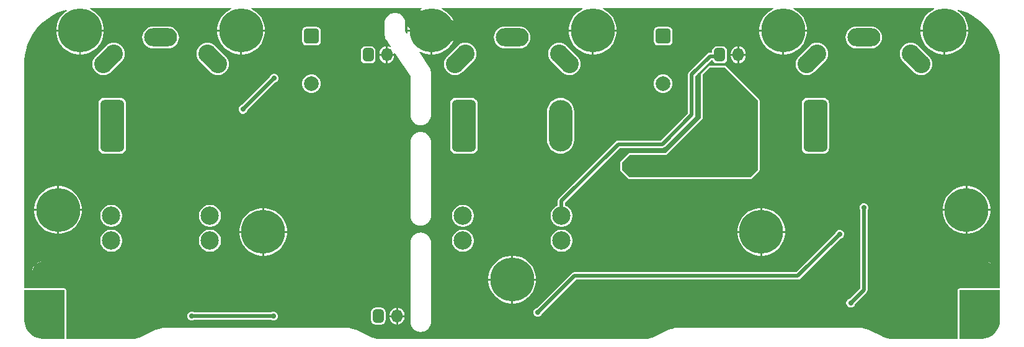
<source format=gbl>
G04*
G04 #@! TF.GenerationSoftware,Altium Limited,Altium Designer,21.1.1 (26)*
G04*
G04 Layer_Physical_Order=2*
G04 Layer_Color=16711680*
%FSLAX24Y24*%
%MOIN*%
G70*
G04*
G04 #@! TF.SameCoordinates,9A7940F5-A859-4D89-A9E3-CBBC344FC29F*
G04*
G04*
G04 #@! TF.FilePolarity,Positive*
G04*
G01*
G75*
%ADD11C,0.0197*%
%ADD76C,0.2362*%
%ADD77C,0.1181*%
%ADD81O,0.0591X0.0709*%
G04:AMPARAMS|DCode=82|XSize=59.1mil|YSize=70.9mil|CornerRadius=14.8mil|HoleSize=0mil|Usage=FLASHONLY|Rotation=180.000|XOffset=0mil|YOffset=0mil|HoleType=Round|Shape=RoundedRectangle|*
%AMROUNDEDRECTD82*
21,1,0.0591,0.0413,0,0,180.0*
21,1,0.0295,0.0709,0,0,180.0*
1,1,0.0295,-0.0148,0.0207*
1,1,0.0295,0.0148,0.0207*
1,1,0.0295,0.0148,-0.0207*
1,1,0.0295,-0.0148,-0.0207*
%
%ADD82ROUNDEDRECTD82*%
%ADD83C,0.0945*%
G04:AMPARAMS|DCode=84|XSize=94.5mil|YSize=94.5mil|CornerRadius=9.4mil|HoleSize=0mil|Usage=FLASHONLY|Rotation=270.000|XOffset=0mil|YOffset=0mil|HoleType=Round|Shape=RoundedRectangle|*
%AMROUNDEDRECTD84*
21,1,0.0945,0.0756,0,0,270.0*
21,1,0.0756,0.0945,0,0,270.0*
1,1,0.0189,-0.0378,-0.0378*
1,1,0.0189,-0.0378,0.0378*
1,1,0.0189,0.0378,0.0378*
1,1,0.0189,0.0378,-0.0378*
%
%ADD84ROUNDEDRECTD84*%
%ADD86C,0.0787*%
G04:AMPARAMS|DCode=87|XSize=78.7mil|YSize=78.7mil|CornerRadius=11.8mil|HoleSize=0mil|Usage=FLASHONLY|Rotation=90.000|XOffset=0mil|YOffset=0mil|HoleType=Round|Shape=RoundedRectangle|*
%AMROUNDEDRECTD87*
21,1,0.0787,0.0551,0,0,90.0*
21,1,0.0551,0.0787,0,0,90.0*
1,1,0.0236,0.0276,0.0276*
1,1,0.0236,0.0276,-0.0276*
1,1,0.0236,-0.0276,-0.0276*
1,1,0.0236,-0.0276,0.0276*
%
%ADD87ROUNDEDRECTD87*%
G04:AMPARAMS|DCode=88|XSize=98.4mil|YSize=177.2mil|CornerRadius=49.2mil|HoleSize=0mil|Usage=FLASHONLY|Rotation=135.000|XOffset=0mil|YOffset=0mil|HoleType=Round|Shape=RoundedRectangle|*
%AMROUNDEDRECTD88*
21,1,0.0984,0.0787,0,0,135.0*
21,1,0.0000,0.1772,0,0,135.0*
1,1,0.0984,0.0278,0.0278*
1,1,0.0984,0.0278,0.0278*
1,1,0.0984,-0.0278,-0.0278*
1,1,0.0984,-0.0278,-0.0278*
%
%ADD88ROUNDEDRECTD88*%
%ADD89O,0.1772X0.0984*%
G04:AMPARAMS|DCode=90|XSize=98.4mil|YSize=177.2mil|CornerRadius=0mil|HoleSize=0mil|Usage=FLASHONLY|Rotation=45.000|XOffset=0mil|YOffset=0mil|HoleType=Round|Shape=Round|*
%AMOVALD90*
21,1,0.0787,0.0984,0.0000,0.0000,135.0*
1,1,0.0984,0.0278,-0.0278*
1,1,0.0984,-0.0278,0.0278*
%
%ADD90OVALD90*%

G04:AMPARAMS|DCode=91|XSize=126mil|YSize=196.9mil|CornerRadius=18.9mil|HoleSize=0mil|Usage=FLASHONLY|Rotation=0.000|XOffset=0mil|YOffset=0mil|HoleType=Round|Shape=RoundedRectangle|*
%AMROUNDEDRECTD91*
21,1,0.1260,0.1591,0,0,0.0*
21,1,0.0882,0.1969,0,0,0.0*
1,1,0.0378,0.0441,-0.0795*
1,1,0.0378,-0.0441,-0.0795*
1,1,0.0378,-0.0441,0.0795*
1,1,0.0378,0.0441,0.0795*
%
%ADD91ROUNDEDRECTD91*%
G04:AMPARAMS|DCode=92|XSize=126mil|YSize=196.9mil|CornerRadius=63mil|HoleSize=0mil|Usage=FLASHONLY|Rotation=0.000|XOffset=0mil|YOffset=0mil|HoleType=Round|Shape=RoundedRectangle|*
%AMROUNDEDRECTD92*
21,1,0.1260,0.0709,0,0,0.0*
21,1,0.0000,0.1969,0,0,0.0*
1,1,0.1260,0.0000,-0.0354*
1,1,0.1260,0.0000,-0.0354*
1,1,0.1260,0.0000,0.0354*
1,1,0.1260,0.0000,0.0354*
%
%ADD92ROUNDEDRECTD92*%
%ADD93C,0.0984*%
%ADD94C,0.0157*%
%ADD95C,0.0276*%
%ADD96C,0.0984*%
%ADD97C,0.2362*%
G36*
X22698Y-211D02*
X22557Y-282D01*
X22394Y-401D01*
X22251Y-543D01*
X22133Y-707D01*
X22041Y-886D01*
X21979Y-1078D01*
X21947Y-1277D01*
Y-1329D01*
X23228D01*
X24509D01*
Y-1277D01*
X24478Y-1078D01*
X24416Y-886D01*
X24324Y-707D01*
X24206Y-543D01*
X24063Y-401D01*
X23942Y-313D01*
X23950Y-257D01*
X23968Y-250D01*
X24237Y-332D01*
X24508Y-444D01*
X24767Y-583D01*
X25011Y-746D01*
X25238Y-932D01*
X25446Y-1140D01*
X25632Y-1367D01*
X25795Y-1611D01*
X25934Y-1870D01*
X26046Y-2141D01*
X26131Y-2422D01*
X26189Y-2711D01*
X26217Y-3003D01*
X26217Y-3150D01*
Y-15238D01*
X24035D01*
X23997Y-15246D01*
X23964Y-15268D01*
X23943Y-15300D01*
X23935Y-15339D01*
Y-17950D01*
X20298D01*
X20181Y-17936D01*
X20065Y-17909D01*
X19954Y-17868D01*
X19901Y-17842D01*
X19219Y-17501D01*
X19217Y-17500D01*
X19215Y-17499D01*
X19153Y-17470D01*
X19146Y-17468D01*
X19140Y-17465D01*
X19011Y-17418D01*
X19002Y-17417D01*
X18993Y-17413D01*
X18860Y-17381D01*
X18851Y-17381D01*
X18842Y-17378D01*
X18706Y-17362D01*
X18699Y-17363D01*
X18692Y-17361D01*
X18623Y-17359D01*
X18621Y-17360D01*
X18619Y-17359D01*
X8940D01*
X8938Y-17360D01*
X8936Y-17359D01*
X8867Y-17361D01*
X8860Y-17363D01*
X8853Y-17362D01*
X8717Y-17378D01*
X8708Y-17381D01*
X8699Y-17381D01*
X8566Y-17413D01*
X8557Y-17417D01*
X8548Y-17418D01*
X8419Y-17465D01*
X8413Y-17468D01*
X8406Y-17470D01*
X8344Y-17499D01*
X8343Y-17500D01*
X8340Y-17501D01*
X7658Y-17842D01*
X7605Y-17868D01*
X7494Y-17909D01*
X7378Y-17936D01*
X7261Y-17950D01*
X-7261D01*
X-7378Y-17936D01*
X-7494Y-17909D01*
X-7605Y-17868D01*
X-7658Y-17842D01*
X-8340Y-17501D01*
X-8343Y-17500D01*
X-8344Y-17499D01*
X-8407Y-17470D01*
X-8413Y-17468D01*
X-8419Y-17465D01*
X-8548Y-17418D01*
X-8557Y-17417D01*
X-8566Y-17413D01*
X-8699Y-17381D01*
X-8708Y-17381D01*
X-8717Y-17378D01*
X-8853Y-17362D01*
X-8860Y-17363D01*
X-8867Y-17361D01*
X-8936Y-17359D01*
X-8938Y-17360D01*
X-8940Y-17359D01*
X-18619D01*
X-18621Y-17360D01*
X-18623Y-17359D01*
X-18692Y-17361D01*
X-18699Y-17363D01*
X-18706Y-17362D01*
X-18842Y-17378D01*
X-18851Y-17381D01*
X-18860Y-17381D01*
X-18993Y-17413D01*
X-19002Y-17417D01*
X-19011Y-17418D01*
X-19140Y-17465D01*
X-19146Y-17468D01*
X-19153Y-17470D01*
X-19215Y-17499D01*
X-19217Y-17500D01*
X-19219Y-17501D01*
X-19901Y-17842D01*
X-19954Y-17868D01*
X-20065Y-17909D01*
X-20181Y-17936D01*
X-20298Y-17950D01*
X-23974D01*
Y-15339D01*
X-23982Y-15300D01*
X-24004Y-15268D01*
X-24036Y-15246D01*
X-24075Y-15238D01*
X-26217D01*
Y-3150D01*
X-26217Y-3003D01*
X-26189Y-2711D01*
X-26131Y-2422D01*
X-26046Y-2141D01*
X-25934Y-1870D01*
X-25795Y-1611D01*
X-25632Y-1367D01*
X-25446Y-1140D01*
X-25238Y-932D01*
X-25011Y-746D01*
X-24767Y-583D01*
X-24508Y-444D01*
X-24237Y-332D01*
X-23968Y-250D01*
X-23950Y-257D01*
X-23942Y-313D01*
X-24063Y-401D01*
X-24206Y-543D01*
X-24324Y-707D01*
X-24416Y-886D01*
X-24478Y-1078D01*
X-24509Y-1277D01*
Y-1329D01*
X-23228D01*
X-21947D01*
Y-1277D01*
X-21979Y-1078D01*
X-22041Y-886D01*
X-22133Y-707D01*
X-22251Y-543D01*
X-22394Y-401D01*
X-22557Y-282D01*
X-22698Y-211D01*
X-22686Y-161D01*
X-15110D01*
X-15098Y-211D01*
X-15238Y-282D01*
X-15402Y-401D01*
X-15544Y-543D01*
X-15663Y-707D01*
X-15754Y-886D01*
X-15816Y-1078D01*
X-15848Y-1277D01*
Y-1329D01*
X-14567D01*
X-13286D01*
Y-1277D01*
X-13317Y-1078D01*
X-13380Y-886D01*
X-13471Y-707D01*
X-13590Y-543D01*
X-13732Y-401D01*
X-13895Y-282D01*
X-14036Y-211D01*
X-14024Y-161D01*
X-4873D01*
X-4861Y-211D01*
X-5002Y-282D01*
X-5165Y-401D01*
X-5308Y-543D01*
X-5426Y-707D01*
X-5518Y-886D01*
X-5580Y-1078D01*
X-5612Y-1277D01*
Y-1329D01*
X-4331D01*
X-3050D01*
Y-1277D01*
X-3081Y-1078D01*
X-3143Y-886D01*
X-3235Y-707D01*
X-3354Y-543D01*
X-3496Y-401D01*
X-3659Y-282D01*
X-3800Y-211D01*
X-3788Y-161D01*
X3788D01*
X3800Y-211D01*
X3659Y-282D01*
X3496Y-401D01*
X3354Y-543D01*
X3235Y-707D01*
X3143Y-886D01*
X3081Y-1078D01*
X3050Y-1277D01*
Y-1329D01*
X4331D01*
X5612D01*
Y-1277D01*
X5580Y-1078D01*
X5518Y-886D01*
X5426Y-707D01*
X5308Y-543D01*
X5165Y-401D01*
X5002Y-282D01*
X4861Y-211D01*
X4873Y-161D01*
X14024D01*
X14036Y-211D01*
X13895Y-282D01*
X13732Y-401D01*
X13590Y-543D01*
X13471Y-707D01*
X13380Y-886D01*
X13317Y-1078D01*
X13286Y-1277D01*
Y-1329D01*
X14567D01*
X15848D01*
Y-1277D01*
X15816Y-1078D01*
X15754Y-886D01*
X15663Y-707D01*
X15544Y-543D01*
X15402Y-401D01*
X15238Y-282D01*
X15098Y-211D01*
X15110Y-161D01*
X22686D01*
X22698Y-211D01*
D02*
G37*
G36*
X26217Y-16929D02*
X26217Y-16996D01*
X26200Y-17129D01*
X26165Y-17258D01*
X26114Y-17381D01*
X26047Y-17497D01*
X25966Y-17603D01*
X25871Y-17698D01*
X25765Y-17780D01*
X25649Y-17846D01*
X25526Y-17898D01*
X25396Y-17932D01*
X25264Y-17950D01*
X24035D01*
Y-15339D01*
X26217D01*
Y-16929D01*
D02*
G37*
G36*
X-24075Y-17950D02*
X-25264D01*
X-25396Y-17932D01*
X-25526Y-17898D01*
X-25649Y-17846D01*
X-25765Y-17780D01*
X-25871Y-17698D01*
X-25966Y-17603D01*
X-26047Y-17497D01*
X-26114Y-17381D01*
X-26165Y-17258D01*
X-26200Y-17129D01*
X-26217Y-16996D01*
X-26217Y-16929D01*
Y-15339D01*
X-24075D01*
Y-17950D01*
D02*
G37*
%LPC*%
G36*
X8386Y-1177D02*
X7835D01*
X7750Y-1194D01*
X7679Y-1242D01*
X7631Y-1313D01*
X7614Y-1398D01*
Y-1949D01*
X7631Y-2033D01*
X7679Y-2105D01*
X7750Y-2153D01*
X7835Y-2170D01*
X8386D01*
X8470Y-2153D01*
X8542Y-2105D01*
X8590Y-2033D01*
X8607Y-1949D01*
Y-1398D01*
X8590Y-1313D01*
X8542Y-1242D01*
X8470Y-1194D01*
X8386Y-1177D01*
D02*
G37*
G36*
X-10512D02*
X-11063D01*
X-11147Y-1194D01*
X-11219Y-1242D01*
X-11267Y-1313D01*
X-11284Y-1398D01*
Y-1949D01*
X-11267Y-2033D01*
X-11219Y-2105D01*
X-11147Y-2153D01*
X-11063Y-2170D01*
X-10512D01*
X-10427Y-2153D01*
X-10356Y-2105D01*
X-10308Y-2033D01*
X-10291Y-1949D01*
Y-1398D01*
X-10308Y-1313D01*
X-10356Y-1242D01*
X-10427Y-1194D01*
X-10512Y-1177D01*
D02*
G37*
G36*
X-6247Y-430D02*
X-6351D01*
X-6372Y-434D01*
X-6393Y-435D01*
X-6493Y-462D01*
X-6512Y-471D01*
X-6532Y-478D01*
X-6621Y-530D01*
X-6637Y-544D01*
X-6655Y-556D01*
X-6728Y-629D01*
X-6740Y-646D01*
X-6753Y-662D01*
X-6805Y-752D01*
X-6812Y-772D01*
X-6821Y-791D01*
X-6848Y-891D01*
X-6850Y-912D01*
X-6854Y-932D01*
Y-1604D01*
X-6851Y-1615D01*
X-6852Y-1627D01*
X-6844Y-1684D01*
X-6840Y-1695D01*
X-6838Y-1707D01*
X-6822Y-1762D01*
X-6816Y-1772D01*
X-6814Y-1784D01*
X-6789Y-1836D01*
X-6782Y-1845D01*
X-6778Y-1856D01*
X-6536Y-2222D01*
X-6569Y-2263D01*
X-6641Y-2233D01*
X-6695Y-2226D01*
Y-2628D01*
X-6345D01*
Y-2618D01*
X-6348Y-2598D01*
X-6300Y-2580D01*
X-5476Y-3828D01*
Y-5905D01*
Y-5957D01*
X-5472Y-5978D01*
X-5470Y-5999D01*
X-5443Y-6099D01*
X-5434Y-6118D01*
X-5427Y-6138D01*
X-5375Y-6228D01*
X-5362Y-6243D01*
X-5350Y-6261D01*
X-5277Y-6334D01*
X-5259Y-6346D01*
X-5243Y-6360D01*
X-5154Y-6412D01*
X-5134Y-6418D01*
X-5115Y-6428D01*
X-5015Y-6454D01*
X-4994Y-6456D01*
X-4973Y-6460D01*
X-4869D01*
X-4849Y-6456D01*
X-4828Y-6454D01*
X-4728Y-6428D01*
X-4709Y-6418D01*
X-4689Y-6412D01*
X-4599Y-6360D01*
X-4583Y-6346D01*
X-4566Y-6334D01*
X-4493Y-6261D01*
X-4481Y-6243D01*
X-4467Y-6228D01*
X-4415Y-6138D01*
X-4408Y-6118D01*
X-4399Y-6099D01*
X-4372Y-5999D01*
X-4371Y-5978D01*
X-4367Y-5957D01*
Y-5905D01*
Y-3661D01*
Y-3633D01*
X-4369Y-3621D01*
X-4369Y-3609D01*
X-4377Y-3552D01*
X-4381Y-3541D01*
X-4382Y-3529D01*
X-4399Y-3474D01*
X-4404Y-3464D01*
X-4407Y-3452D01*
X-4431Y-3400D01*
X-4438Y-3391D01*
X-4443Y-3380D01*
X-5005Y-2528D01*
X-4971Y-2490D01*
X-4822Y-2565D01*
X-4631Y-2628D01*
X-4432Y-2659D01*
X-4380D01*
Y-1427D01*
X-5612D01*
Y-1479D01*
X-5603Y-1534D01*
X-5650Y-1552D01*
X-5745Y-1408D01*
Y-932D01*
X-5749Y-912D01*
X-5750Y-891D01*
X-5777Y-791D01*
X-5786Y-772D01*
X-5793Y-752D01*
X-5845Y-662D01*
X-5859Y-646D01*
X-5871Y-629D01*
X-5944Y-556D01*
X-5961Y-544D01*
X-5977Y-530D01*
X-6067Y-478D01*
X-6087Y-471D01*
X-6106Y-462D01*
X-6206Y-435D01*
X-6227Y-434D01*
X-6247Y-430D01*
D02*
G37*
G36*
X19291Y-1148D02*
X18504D01*
X18388Y-1159D01*
X18277Y-1193D01*
X18174Y-1248D01*
X18084Y-1322D01*
X18011Y-1412D01*
X17956Y-1514D01*
X17922Y-1625D01*
X17911Y-1741D01*
X17922Y-1857D01*
X17956Y-1968D01*
X18011Y-2071D01*
X18084Y-2161D01*
X18174Y-2235D01*
X18277Y-2289D01*
X18388Y-2323D01*
X18504Y-2335D01*
X19291D01*
X19407Y-2323D01*
X19518Y-2289D01*
X19621Y-2235D01*
X19711Y-2161D01*
X19785Y-2071D01*
X19840Y-1968D01*
X19873Y-1857D01*
X19885Y-1741D01*
X19873Y-1625D01*
X19840Y-1514D01*
X19785Y-1412D01*
X19711Y-1322D01*
X19621Y-1248D01*
X19518Y-1193D01*
X19407Y-1159D01*
X19291Y-1148D01*
D02*
G37*
G36*
X394D02*
X-394D01*
X-509Y-1159D01*
X-621Y-1193D01*
X-723Y-1248D01*
X-813Y-1322D01*
X-887Y-1412D01*
X-942Y-1514D01*
X-976Y-1625D01*
X-987Y-1741D01*
X-976Y-1857D01*
X-942Y-1968D01*
X-887Y-2071D01*
X-813Y-2161D01*
X-723Y-2235D01*
X-621Y-2289D01*
X-509Y-2323D01*
X-394Y-2335D01*
X394D01*
X509Y-2323D01*
X621Y-2289D01*
X723Y-2235D01*
X813Y-2161D01*
X887Y-2071D01*
X942Y-1968D01*
X976Y-1857D01*
X987Y-1741D01*
X976Y-1625D01*
X942Y-1514D01*
X887Y-1412D01*
X813Y-1322D01*
X723Y-1248D01*
X621Y-1193D01*
X509Y-1159D01*
X394Y-1148D01*
D02*
G37*
G36*
X-18504D02*
X-19291D01*
X-19407Y-1159D01*
X-19518Y-1193D01*
X-19621Y-1248D01*
X-19711Y-1322D01*
X-19785Y-1412D01*
X-19840Y-1514D01*
X-19873Y-1625D01*
X-19885Y-1741D01*
X-19873Y-1857D01*
X-19840Y-1968D01*
X-19785Y-2071D01*
X-19711Y-2161D01*
X-19621Y-2235D01*
X-19518Y-2289D01*
X-19407Y-2323D01*
X-19291Y-2335D01*
X-18504D01*
X-18388Y-2323D01*
X-18277Y-2289D01*
X-18174Y-2235D01*
X-18084Y-2161D01*
X-18011Y-2071D01*
X-17956Y-1968D01*
X-17922Y-1857D01*
X-17911Y-1741D01*
X-17922Y-1625D01*
X-17956Y-1514D01*
X-18011Y-1412D01*
X-18084Y-1322D01*
X-18174Y-1248D01*
X-18277Y-1193D01*
X-18388Y-1159D01*
X-18504Y-1148D01*
D02*
G37*
G36*
X12203Y-2226D02*
Y-2628D01*
X12552D01*
Y-2618D01*
X12539Y-2515D01*
X12499Y-2419D01*
X12435Y-2336D01*
X12353Y-2273D01*
X12257Y-2233D01*
X12203Y-2226D01*
D02*
G37*
G36*
X12104D02*
X12050Y-2233D01*
X11954Y-2273D01*
X11872Y-2336D01*
X11808Y-2419D01*
X11768Y-2515D01*
X11755Y-2618D01*
Y-2628D01*
X12104D01*
Y-2226D01*
D02*
G37*
G36*
X-6793D02*
X-6847Y-2233D01*
X-6943Y-2273D01*
X-7026Y-2336D01*
X-7089Y-2419D01*
X-7129Y-2515D01*
X-7143Y-2618D01*
Y-2628D01*
X-6793D01*
Y-2226D01*
D02*
G37*
G36*
X24509Y-1427D02*
X23278D01*
Y-2659D01*
X23329D01*
X23528Y-2628D01*
X23720Y-2565D01*
X23900Y-2474D01*
X24063Y-2355D01*
X24206Y-2213D01*
X24324Y-2049D01*
X24416Y-1870D01*
X24478Y-1678D01*
X24509Y-1479D01*
Y-1427D01*
D02*
G37*
G36*
X23179D02*
X21947D01*
Y-1479D01*
X21979Y-1678D01*
X22041Y-1870D01*
X22133Y-2049D01*
X22251Y-2213D01*
X22394Y-2355D01*
X22557Y-2474D01*
X22737Y-2565D01*
X22928Y-2628D01*
X23128Y-2659D01*
X23179D01*
Y-1427D01*
D02*
G37*
G36*
X15848D02*
X14616D01*
Y-2659D01*
X14668D01*
X14867Y-2628D01*
X15059Y-2565D01*
X15238Y-2474D01*
X15402Y-2355D01*
X15544Y-2213D01*
X15663Y-2049D01*
X15754Y-1870D01*
X15816Y-1678D01*
X15848Y-1479D01*
Y-1427D01*
D02*
G37*
G36*
X14518D02*
X13286D01*
Y-1479D01*
X13317Y-1678D01*
X13380Y-1870D01*
X13471Y-2049D01*
X13590Y-2213D01*
X13732Y-2355D01*
X13895Y-2474D01*
X14075Y-2565D01*
X14267Y-2628D01*
X14466Y-2659D01*
X14518D01*
Y-1427D01*
D02*
G37*
G36*
X5612D02*
X4380D01*
Y-2659D01*
X4432D01*
X4631Y-2628D01*
X4822Y-2565D01*
X5002Y-2474D01*
X5165Y-2355D01*
X5308Y-2213D01*
X5426Y-2049D01*
X5518Y-1870D01*
X5580Y-1678D01*
X5612Y-1479D01*
Y-1427D01*
D02*
G37*
G36*
X4281D02*
X3050D01*
Y-1479D01*
X3081Y-1678D01*
X3143Y-1870D01*
X3235Y-2049D01*
X3354Y-2213D01*
X3496Y-2355D01*
X3659Y-2474D01*
X3839Y-2565D01*
X4031Y-2628D01*
X4230Y-2659D01*
X4281D01*
Y-1427D01*
D02*
G37*
G36*
X-3050D02*
X-4281D01*
Y-2659D01*
X-4230D01*
X-4031Y-2628D01*
X-3839Y-2565D01*
X-3659Y-2474D01*
X-3496Y-2355D01*
X-3354Y-2213D01*
X-3235Y-2049D01*
X-3143Y-1870D01*
X-3081Y-1678D01*
X-3050Y-1479D01*
Y-1427D01*
D02*
G37*
G36*
X-13286D02*
X-14518D01*
Y-2659D01*
X-14466D01*
X-14267Y-2628D01*
X-14075Y-2565D01*
X-13895Y-2474D01*
X-13732Y-2355D01*
X-13590Y-2213D01*
X-13471Y-2049D01*
X-13380Y-1870D01*
X-13317Y-1678D01*
X-13286Y-1479D01*
Y-1427D01*
D02*
G37*
G36*
X-14616D02*
X-15848D01*
Y-1479D01*
X-15816Y-1678D01*
X-15754Y-1870D01*
X-15663Y-2049D01*
X-15544Y-2213D01*
X-15402Y-2355D01*
X-15238Y-2474D01*
X-15059Y-2565D01*
X-14867Y-2628D01*
X-14668Y-2659D01*
X-14616D01*
Y-1427D01*
D02*
G37*
G36*
X-21947D02*
X-23179D01*
Y-2659D01*
X-23128D01*
X-22928Y-2628D01*
X-22737Y-2565D01*
X-22557Y-2474D01*
X-22394Y-2355D01*
X-22251Y-2213D01*
X-22133Y-2049D01*
X-22041Y-1870D01*
X-21979Y-1678D01*
X-21947Y-1479D01*
Y-1427D01*
D02*
G37*
G36*
X-23278D02*
X-24509D01*
Y-1479D01*
X-24478Y-1678D01*
X-24416Y-1870D01*
X-24324Y-2049D01*
X-24206Y-2213D01*
X-24063Y-2355D01*
X-23900Y-2474D01*
X-23720Y-2565D01*
X-23528Y-2628D01*
X-23329Y-2659D01*
X-23278D01*
Y-1427D01*
D02*
G37*
G36*
X-6345Y-2726D02*
X-6695D01*
Y-3128D01*
X-6641Y-3121D01*
X-6545Y-3081D01*
X-6462Y-3018D01*
X-6399Y-2936D01*
X-6359Y-2839D01*
X-6345Y-2736D01*
Y-2726D01*
D02*
G37*
G36*
X12552D02*
X12203D01*
Y-3128D01*
X12257Y-3121D01*
X12353Y-3081D01*
X12435Y-3018D01*
X12499Y-2936D01*
X12539Y-2839D01*
X12552Y-2736D01*
Y-2726D01*
D02*
G37*
G36*
X12104D02*
X11755D01*
Y-2736D01*
X11768Y-2839D01*
X11808Y-2936D01*
X11872Y-3018D01*
X11954Y-3081D01*
X12050Y-3121D01*
X12104Y-3128D01*
Y-2726D01*
D02*
G37*
G36*
X-6793D02*
X-7143D01*
Y-2736D01*
X-7129Y-2839D01*
X-7089Y-2936D01*
X-7026Y-3018D01*
X-6943Y-3081D01*
X-6847Y-3121D01*
X-6793Y-3128D01*
Y-2726D01*
D02*
G37*
G36*
X11301Y-2220D02*
X11006D01*
X10910Y-2239D01*
X10829Y-2293D01*
X10774Y-2374D01*
X10755Y-2470D01*
Y-2555D01*
X10630D01*
X10553Y-2570D01*
X10488Y-2614D01*
X9504Y-3598D01*
X9460Y-3663D01*
X9445Y-3740D01*
Y-5822D01*
X7988Y-7280D01*
X5709D01*
X5632Y-7295D01*
X5567Y-7338D01*
X2510Y-10395D01*
X2466Y-10461D01*
X2451Y-10537D01*
Y-10783D01*
X2372Y-10815D01*
X2275Y-10880D01*
X2193Y-10962D01*
X2128Y-11059D01*
X2084Y-11166D01*
X2061Y-11280D01*
Y-11397D01*
X2084Y-11511D01*
X2128Y-11618D01*
X2193Y-11715D01*
X2275Y-11797D01*
X2372Y-11862D01*
X2479Y-11906D01*
X2593Y-11929D01*
X2710D01*
X2824Y-11906D01*
X2931Y-11862D01*
X3028Y-11797D01*
X3110Y-11715D01*
X3175Y-11618D01*
X3219Y-11511D01*
X3242Y-11397D01*
Y-11280D01*
X3219Y-11166D01*
X3175Y-11059D01*
X3110Y-10962D01*
X3028Y-10880D01*
X2931Y-10815D01*
X2852Y-10783D01*
Y-10621D01*
X5792Y-7681D01*
X8071D01*
X8148Y-7666D01*
X8213Y-7622D01*
X9788Y-6047D01*
X9831Y-5982D01*
X9846Y-5906D01*
Y-3823D01*
X10713Y-2957D01*
X10769D01*
X10774Y-2980D01*
X10829Y-3061D01*
X10910Y-3116D01*
X11006Y-3135D01*
X11301D01*
X11397Y-3116D01*
X11479Y-3061D01*
X11533Y-2980D01*
X11552Y-2884D01*
Y-2470D01*
X11533Y-2374D01*
X11479Y-2293D01*
X11397Y-2239D01*
X11301Y-2220D01*
D02*
G37*
G36*
X-7596D02*
X-7892D01*
X-7988Y-2239D01*
X-8069Y-2293D01*
X-8124Y-2374D01*
X-8143Y-2470D01*
Y-2884D01*
X-8124Y-2980D01*
X-8069Y-3061D01*
X-7988Y-3116D01*
X-7892Y-3135D01*
X-7596D01*
X-7500Y-3116D01*
X-7419Y-3061D01*
X-7365Y-2980D01*
X-7346Y-2884D01*
Y-2470D01*
X-7365Y-2374D01*
X-7419Y-2293D01*
X-7500Y-2239D01*
X-7596Y-2220D01*
D02*
G37*
G36*
X16378Y-2028D02*
X16262Y-2040D01*
X16151Y-2073D01*
X16049Y-2128D01*
X15959Y-2202D01*
X15402Y-2759D01*
X15328Y-2849D01*
X15273Y-2951D01*
X15239Y-3063D01*
X15228Y-3178D01*
X15239Y-3294D01*
X15273Y-3406D01*
X15328Y-3508D01*
X15402Y-3598D01*
X15492Y-3672D01*
X15594Y-3727D01*
X15706Y-3760D01*
X15821Y-3772D01*
X15937Y-3760D01*
X16049Y-3727D01*
X16151Y-3672D01*
X16241Y-3598D01*
X16798Y-3041D01*
X16872Y-2951D01*
X16926Y-2849D01*
X16960Y-2737D01*
X16972Y-2622D01*
X16960Y-2506D01*
X16926Y-2395D01*
X16872Y-2292D01*
X16798Y-2202D01*
X16708Y-2128D01*
X16605Y-2073D01*
X16494Y-2040D01*
X16378Y-2028D01*
D02*
G37*
G36*
X-2519D02*
X-2635Y-2040D01*
X-2747Y-2073D01*
X-2849Y-2128D01*
X-2939Y-2202D01*
X-3496Y-2759D01*
X-3570Y-2849D01*
X-3624Y-2951D01*
X-3658Y-3063D01*
X-3670Y-3178D01*
X-3658Y-3294D01*
X-3624Y-3406D01*
X-3570Y-3508D01*
X-3496Y-3598D01*
X-3406Y-3672D01*
X-3303Y-3727D01*
X-3192Y-3760D01*
X-3076Y-3772D01*
X-2960Y-3760D01*
X-2849Y-3727D01*
X-2747Y-3672D01*
X-2657Y-3598D01*
X-2100Y-3041D01*
X-2026Y-2951D01*
X-1971Y-2849D01*
X-1937Y-2737D01*
X-1926Y-2622D01*
X-1937Y-2506D01*
X-1971Y-2395D01*
X-2026Y-2292D01*
X-2100Y-2202D01*
X-2190Y-2128D01*
X-2292Y-2073D01*
X-2404Y-2040D01*
X-2519Y-2028D01*
D02*
G37*
G36*
X-21417D02*
X-21533Y-2040D01*
X-21644Y-2073D01*
X-21747Y-2128D01*
X-21837Y-2202D01*
X-22393Y-2759D01*
X-22467Y-2849D01*
X-22522Y-2951D01*
X-22556Y-3063D01*
X-22567Y-3178D01*
X-22556Y-3294D01*
X-22522Y-3406D01*
X-22467Y-3508D01*
X-22393Y-3598D01*
X-22304Y-3672D01*
X-22201Y-3727D01*
X-22090Y-3760D01*
X-21974Y-3772D01*
X-21858Y-3760D01*
X-21747Y-3727D01*
X-21644Y-3672D01*
X-21554Y-3598D01*
X-20997Y-3041D01*
X-20924Y-2951D01*
X-20869Y-2849D01*
X-20835Y-2737D01*
X-20824Y-2622D01*
X-20835Y-2506D01*
X-20869Y-2395D01*
X-20924Y-2292D01*
X-20997Y-2202D01*
X-21087Y-2128D01*
X-21190Y-2073D01*
X-21301Y-2040D01*
X-21417Y-2028D01*
D02*
G37*
G36*
X21417Y-2028D02*
X21301Y-2040D01*
X21190Y-2073D01*
X21087Y-2128D01*
X20997Y-2202D01*
X20924Y-2292D01*
X20869Y-2395D01*
X20835Y-2506D01*
X20824Y-2622D01*
X20835Y-2737D01*
X20869Y-2849D01*
X20924Y-2951D01*
X20997Y-3041D01*
X21554Y-3598D01*
X21644Y-3672D01*
X21747Y-3727D01*
X21858Y-3760D01*
X21974Y-3772D01*
X22090Y-3760D01*
X22201Y-3727D01*
X22304Y-3672D01*
X22393Y-3598D01*
X22467Y-3508D01*
X22522Y-3406D01*
X22556Y-3294D01*
X22567Y-3178D01*
X22556Y-3063D01*
X22522Y-2951D01*
X22467Y-2849D01*
X22393Y-2759D01*
X21837Y-2202D01*
X21747Y-2128D01*
X21644Y-2073D01*
X21533Y-2040D01*
X21417Y-2028D01*
D02*
G37*
G36*
X2519D02*
X2404Y-2040D01*
X2292Y-2073D01*
X2190Y-2128D01*
X2100Y-2202D01*
X2026Y-2292D01*
X1971Y-2395D01*
X1937Y-2506D01*
X1926Y-2622D01*
X1937Y-2737D01*
X1971Y-2849D01*
X2026Y-2951D01*
X2100Y-3041D01*
X2657Y-3598D01*
X2747Y-3672D01*
X2849Y-3727D01*
X2960Y-3760D01*
X3076Y-3772D01*
X3192Y-3760D01*
X3303Y-3727D01*
X3406Y-3672D01*
X3496Y-3598D01*
X3570Y-3508D01*
X3624Y-3406D01*
X3658Y-3294D01*
X3670Y-3178D01*
X3658Y-3063D01*
X3624Y-2951D01*
X3570Y-2849D01*
X3496Y-2759D01*
X2939Y-2202D01*
X2849Y-2128D01*
X2747Y-2073D01*
X2635Y-2040D01*
X2519Y-2028D01*
D02*
G37*
G36*
X-16378D02*
X-16494Y-2040D01*
X-16605Y-2073D01*
X-16708Y-2128D01*
X-16798Y-2202D01*
X-16872Y-2292D01*
X-16926Y-2395D01*
X-16960Y-2506D01*
X-16972Y-2622D01*
X-16960Y-2737D01*
X-16926Y-2849D01*
X-16872Y-2951D01*
X-16798Y-3041D01*
X-16241Y-3598D01*
X-16151Y-3672D01*
X-16049Y-3727D01*
X-15937Y-3760D01*
X-15821Y-3772D01*
X-15706Y-3760D01*
X-15594Y-3727D01*
X-15492Y-3672D01*
X-15402Y-3598D01*
X-15328Y-3508D01*
X-15273Y-3406D01*
X-15239Y-3294D01*
X-15228Y-3178D01*
X-15239Y-3063D01*
X-15273Y-2951D01*
X-15328Y-2849D01*
X-15402Y-2759D01*
X-15959Y-2202D01*
X-16049Y-2128D01*
X-16151Y-2073D01*
X-16262Y-2040D01*
X-16378Y-2028D01*
D02*
G37*
G36*
X8175Y-3740D02*
X8045D01*
X7920Y-3774D01*
X7808Y-3838D01*
X7716Y-3930D01*
X7652Y-4042D01*
X7618Y-4167D01*
Y-4297D01*
X7652Y-4422D01*
X7716Y-4534D01*
X7808Y-4626D01*
X7920Y-4691D01*
X8045Y-4724D01*
X8175D01*
X8300Y-4691D01*
X8412Y-4626D01*
X8504Y-4534D01*
X8569Y-4422D01*
X8602Y-4297D01*
Y-4167D01*
X8569Y-4042D01*
X8504Y-3930D01*
X8412Y-3838D01*
X8300Y-3774D01*
X8175Y-3740D01*
D02*
G37*
G36*
X-10723D02*
X-10852D01*
X-10977Y-3774D01*
X-11090Y-3838D01*
X-11181Y-3930D01*
X-11246Y-4042D01*
X-11280Y-4167D01*
Y-4297D01*
X-11246Y-4422D01*
X-11181Y-4534D01*
X-11090Y-4626D01*
X-10977Y-4691D01*
X-10852Y-4724D01*
X-10723D01*
X-10597Y-4691D01*
X-10485Y-4626D01*
X-10394Y-4534D01*
X-10329Y-4422D01*
X-10295Y-4297D01*
Y-4167D01*
X-10329Y-4042D01*
X-10394Y-3930D01*
X-10485Y-3838D01*
X-10597Y-3774D01*
X-10723Y-3740D01*
D02*
G37*
G36*
X-12748Y-3701D02*
X-12842D01*
X-12929Y-3737D01*
X-12996Y-3803D01*
X-13031Y-3889D01*
X-14517Y-5374D01*
X-14602Y-5410D01*
X-14669Y-5476D01*
X-14705Y-5563D01*
Y-5657D01*
X-14669Y-5744D01*
X-14602Y-5810D01*
X-14515Y-5846D01*
X-14422D01*
X-14335Y-5810D01*
X-14268Y-5744D01*
X-14233Y-5658D01*
X-12747Y-4173D01*
X-12661Y-4137D01*
X-12595Y-4071D01*
X-12559Y-3984D01*
Y-3890D01*
X-12595Y-3803D01*
X-12661Y-3737D01*
X-12748Y-3701D01*
D02*
G37*
G36*
X21545Y-5000D02*
Y-6033D01*
X22230D01*
Y-5728D01*
X22215Y-5585D01*
X22174Y-5448D01*
X22106Y-5321D01*
X22015Y-5210D01*
X21904Y-5118D01*
X21777Y-5051D01*
X21639Y-5009D01*
X21545Y-5000D01*
D02*
G37*
G36*
X21447D02*
X21353Y-5009D01*
X21215Y-5051D01*
X21089Y-5118D01*
X20977Y-5210D01*
X20886Y-5321D01*
X20818Y-5448D01*
X20777Y-5585D01*
X20763Y-5728D01*
Y-6033D01*
X21447D01*
Y-5000D01*
D02*
G37*
G36*
X-16250D02*
Y-6033D01*
X-15566D01*
Y-5728D01*
X-15580Y-5585D01*
X-15622Y-5448D01*
X-15689Y-5321D01*
X-15781Y-5210D01*
X-15892Y-5118D01*
X-16019Y-5051D01*
X-16156Y-5009D01*
X-16250Y-5000D01*
D02*
G37*
G36*
X-16348D02*
X-16442Y-5009D01*
X-16580Y-5051D01*
X-16707Y-5118D01*
X-16818Y-5210D01*
X-16909Y-5321D01*
X-16977Y-5448D01*
X-17019Y-5585D01*
X-17033Y-5728D01*
Y-6033D01*
X-16348D01*
Y-5000D01*
D02*
G37*
G36*
X22230Y-6132D02*
X20763D01*
Y-6437D01*
X20768Y-6496D01*
X20763Y-6555D01*
Y-6860D01*
X22230D01*
Y-6555D01*
X22224Y-6496D01*
X22230Y-6437D01*
Y-6132D01*
D02*
G37*
G36*
X-15566D02*
X-17033D01*
Y-6437D01*
X-17027Y-6496D01*
X-17033Y-6555D01*
Y-6860D01*
X-15566D01*
Y-6555D01*
X-15572Y-6496D01*
X-15566Y-6437D01*
Y-6132D01*
D02*
G37*
G36*
X22230Y-6959D02*
X21545D01*
Y-7992D01*
X21639Y-7983D01*
X21777Y-7941D01*
X21904Y-7874D01*
X22015Y-7782D01*
X22106Y-7671D01*
X22174Y-7544D01*
X22215Y-7407D01*
X22230Y-7264D01*
Y-6959D01*
D02*
G37*
G36*
X21447D02*
X20763D01*
Y-7264D01*
X20777Y-7407D01*
X20818Y-7544D01*
X20886Y-7671D01*
X20977Y-7782D01*
X21089Y-7874D01*
X21215Y-7941D01*
X21353Y-7983D01*
X21447Y-7992D01*
Y-6959D01*
D02*
G37*
G36*
X-15566D02*
X-16250D01*
Y-7992D01*
X-16156Y-7983D01*
X-16019Y-7941D01*
X-15892Y-7874D01*
X-15781Y-7782D01*
X-15689Y-7671D01*
X-15622Y-7544D01*
X-15580Y-7407D01*
X-15566Y-7264D01*
Y-6959D01*
D02*
G37*
G36*
X-16348D02*
X-17033D01*
Y-7264D01*
X-17019Y-7407D01*
X-16977Y-7544D01*
X-16909Y-7671D01*
X-16818Y-7782D01*
X-16707Y-7874D01*
X-16580Y-7941D01*
X-16442Y-7983D01*
X-16348Y-7992D01*
Y-6959D01*
D02*
G37*
G36*
X16740Y-4998D02*
X15858D01*
X15783Y-5007D01*
X15713Y-5036D01*
X15653Y-5082D01*
X15607Y-5142D01*
X15578Y-5212D01*
X15568Y-5287D01*
Y-6114D01*
Y-6878D01*
Y-7705D01*
X15578Y-7780D01*
X15607Y-7850D01*
X15653Y-7910D01*
X15713Y-7956D01*
X15783Y-7985D01*
X15858Y-7995D01*
X16740D01*
X16815Y-7985D01*
X16885Y-7956D01*
X16945Y-7910D01*
X16991Y-7850D01*
X17020Y-7780D01*
X17030Y-7705D01*
Y-6114D01*
Y-5287D01*
X17020Y-5212D01*
X16991Y-5142D01*
X16945Y-5082D01*
X16885Y-5036D01*
X16815Y-5007D01*
X16740Y-4998D01*
D02*
G37*
G36*
X-2157D02*
X-3039D01*
X-3114Y-5007D01*
X-3184Y-5036D01*
X-3244Y-5082D01*
X-3290Y-5142D01*
X-3319Y-5212D01*
X-3329Y-5287D01*
Y-6114D01*
Y-6878D01*
Y-7705D01*
X-3319Y-7780D01*
X-3290Y-7850D01*
X-3244Y-7910D01*
X-3184Y-7956D01*
X-3114Y-7985D01*
X-3039Y-7995D01*
X-2157D01*
X-2082Y-7985D01*
X-2013Y-7956D01*
X-1953Y-7910D01*
X-1906Y-7850D01*
X-1877Y-7780D01*
X-1868Y-7705D01*
Y-6114D01*
Y-5287D01*
X-1877Y-5212D01*
X-1906Y-5142D01*
X-1953Y-5082D01*
X-2013Y-5036D01*
X-2082Y-5007D01*
X-2157Y-4998D01*
D02*
G37*
G36*
X-21055D02*
X-21937D01*
X-22012Y-5007D01*
X-22082Y-5036D01*
X-22142Y-5082D01*
X-22188Y-5142D01*
X-22217Y-5212D01*
X-22227Y-5287D01*
Y-6114D01*
Y-6878D01*
Y-7705D01*
X-22217Y-7780D01*
X-22188Y-7850D01*
X-22142Y-7910D01*
X-22082Y-7956D01*
X-22012Y-7985D01*
X-21937Y-7995D01*
X-21055D01*
X-20980Y-7985D01*
X-20910Y-7956D01*
X-20850Y-7910D01*
X-20804Y-7850D01*
X-20775Y-7780D01*
X-20765Y-7705D01*
Y-6114D01*
Y-5287D01*
X-20775Y-5212D01*
X-20804Y-5142D01*
X-20850Y-5082D01*
X-20910Y-5036D01*
X-20980Y-5007D01*
X-21055Y-4998D01*
D02*
G37*
G36*
X2598Y-4996D02*
X2456Y-5011D01*
X2318Y-5052D01*
X2192Y-5120D01*
X2081Y-5211D01*
X1990Y-5322D01*
X1922Y-5448D01*
X1881Y-5586D01*
X1867Y-5728D01*
Y-6437D01*
X1872Y-6496D01*
X1867Y-6555D01*
Y-7264D01*
X1881Y-7407D01*
X1922Y-7544D01*
X1990Y-7670D01*
X2081Y-7781D01*
X2192Y-7872D01*
X2318Y-7940D01*
X2456Y-7982D01*
X2598Y-7996D01*
X2741Y-7982D01*
X2878Y-7940D01*
X3005Y-7872D01*
X3116Y-7781D01*
X3207Y-7670D01*
X3275Y-7544D01*
X3316Y-7407D01*
X3330Y-7264D01*
Y-6555D01*
X3324Y-6496D01*
X3330Y-6437D01*
Y-5728D01*
X3316Y-5586D01*
X3275Y-5448D01*
X3207Y-5322D01*
X3116Y-5211D01*
X3005Y-5120D01*
X2878Y-5052D01*
X2741Y-5011D01*
X2598Y-4996D01*
D02*
G37*
G36*
X11417Y-3246D02*
X10630D01*
X10592Y-3254D01*
X10559Y-3275D01*
X10165Y-3669D01*
X10144Y-3702D01*
X10136Y-3740D01*
Y-6061D01*
X8226Y-7971D01*
X6299D01*
X6261Y-7978D01*
X6228Y-8000D01*
X5835Y-8394D01*
X5813Y-8426D01*
X5805Y-8465D01*
X5805Y-8858D01*
X5813Y-8897D01*
X5835Y-8929D01*
X6228Y-9323D01*
X6261Y-9345D01*
X6299Y-9352D01*
X12795D01*
X12834Y-9345D01*
X12866Y-9323D01*
X13260Y-8929D01*
X13282Y-8897D01*
X13289Y-8858D01*
X13289Y-5118D01*
X13282Y-5080D01*
X13260Y-5047D01*
X11488Y-3275D01*
X11456Y-3254D01*
X11417Y-3246D01*
D02*
G37*
G36*
X-24309Y-9743D02*
X-24360D01*
Y-10974D01*
X-23128D01*
Y-10923D01*
X-23160Y-10724D01*
X-23222Y-10532D01*
X-23314Y-10352D01*
X-23432Y-10189D01*
X-23575Y-10046D01*
X-23738Y-9928D01*
X-23918Y-9836D01*
X-24109Y-9774D01*
X-24309Y-9743D01*
D02*
G37*
G36*
X24510D02*
X24459D01*
Y-10974D01*
X25691D01*
Y-10923D01*
X25659Y-10724D01*
X25597Y-10532D01*
X25505Y-10352D01*
X25387Y-10189D01*
X25244Y-10046D01*
X25081Y-9928D01*
X24901Y-9836D01*
X24709Y-9774D01*
X24510Y-9743D01*
D02*
G37*
G36*
X24360D02*
X24309D01*
X24109Y-9774D01*
X23918Y-9836D01*
X23738Y-9928D01*
X23575Y-10046D01*
X23432Y-10189D01*
X23314Y-10352D01*
X23222Y-10532D01*
X23160Y-10724D01*
X23128Y-10923D01*
Y-10974D01*
X24360D01*
Y-9743D01*
D02*
G37*
G36*
X-24459D02*
X-24510D01*
X-24709Y-9774D01*
X-24901Y-9836D01*
X-25081Y-9928D01*
X-25244Y-10046D01*
X-25387Y-10189D01*
X-25505Y-10352D01*
X-25597Y-10532D01*
X-25659Y-10724D01*
X-25691Y-10923D01*
Y-10974D01*
X-24459D01*
Y-9743D01*
D02*
G37*
G36*
X-4869Y-6827D02*
X-4973D01*
X-4994Y-6832D01*
X-5015Y-6833D01*
X-5115Y-6860D01*
X-5134Y-6869D01*
X-5154Y-6876D01*
X-5243Y-6928D01*
X-5259Y-6942D01*
X-5277Y-6953D01*
X-5350Y-7027D01*
X-5362Y-7044D01*
X-5375Y-7060D01*
X-5427Y-7150D01*
X-5434Y-7169D01*
X-5443Y-7188D01*
X-5470Y-7288D01*
X-5472Y-7309D01*
X-5476Y-7330D01*
Y-7382D01*
Y-11319D01*
Y-11371D01*
X-5472Y-11391D01*
X-5470Y-11412D01*
X-5443Y-11512D01*
X-5434Y-11531D01*
X-5427Y-11551D01*
X-5375Y-11641D01*
X-5362Y-11657D01*
X-5350Y-11674D01*
X-5277Y-11748D01*
X-5259Y-11759D01*
X-5243Y-11773D01*
X-5154Y-11825D01*
X-5134Y-11832D01*
X-5115Y-11841D01*
X-5015Y-11868D01*
X-4994Y-11869D01*
X-4973Y-11873D01*
X-4869D01*
X-4849Y-11869D01*
X-4828Y-11868D01*
X-4728Y-11841D01*
X-4709Y-11832D01*
X-4689Y-11825D01*
X-4599Y-11773D01*
X-4583Y-11759D01*
X-4566Y-11748D01*
X-4493Y-11674D01*
X-4481Y-11657D01*
X-4467Y-11641D01*
X-4415Y-11551D01*
X-4408Y-11531D01*
X-4399Y-11512D01*
X-4372Y-11412D01*
X-4371Y-11391D01*
X-4367Y-11371D01*
Y-11319D01*
Y-7382D01*
Y-7330D01*
X-4371Y-7309D01*
X-4372Y-7288D01*
X-4399Y-7188D01*
X-4408Y-7169D01*
X-4415Y-7150D01*
X-4467Y-7060D01*
X-4481Y-7044D01*
X-4493Y-7027D01*
X-4566Y-6953D01*
X-4583Y-6942D01*
X-4599Y-6928D01*
X-4689Y-6876D01*
X-4709Y-6869D01*
X-4728Y-6860D01*
X-4828Y-6833D01*
X-4849Y-6832D01*
X-4869Y-6827D01*
D02*
G37*
G36*
X-2593Y-10748D02*
X-2710D01*
X-2824Y-10771D01*
X-2931Y-10815D01*
X-3028Y-10880D01*
X-3110Y-10962D01*
X-3175Y-11059D01*
X-3219Y-11166D01*
X-3242Y-11280D01*
Y-11397D01*
X-3219Y-11511D01*
X-3175Y-11618D01*
X-3110Y-11715D01*
X-3028Y-11797D01*
X-2931Y-11862D01*
X-2824Y-11906D01*
X-2710Y-11929D01*
X-2593D01*
X-2479Y-11906D01*
X-2372Y-11862D01*
X-2275Y-11797D01*
X-2193Y-11715D01*
X-2128Y-11618D01*
X-2084Y-11511D01*
X-2061Y-11397D01*
Y-11280D01*
X-2084Y-11166D01*
X-2128Y-11059D01*
X-2193Y-10962D01*
X-2275Y-10880D01*
X-2372Y-10815D01*
X-2479Y-10771D01*
X-2593Y-10748D01*
D02*
G37*
G36*
X-16188D02*
X-16304D01*
X-16418Y-10771D01*
X-16526Y-10815D01*
X-16623Y-10880D01*
X-16705Y-10962D01*
X-16769Y-11059D01*
X-16814Y-11166D01*
X-16837Y-11280D01*
Y-11397D01*
X-16814Y-11511D01*
X-16769Y-11618D01*
X-16705Y-11715D01*
X-16623Y-11797D01*
X-16526Y-11862D01*
X-16418Y-11906D01*
X-16304Y-11929D01*
X-16188D01*
X-16074Y-11906D01*
X-15966Y-11862D01*
X-15870Y-11797D01*
X-15787Y-11715D01*
X-15723Y-11618D01*
X-15678Y-11511D01*
X-15656Y-11397D01*
Y-11280D01*
X-15678Y-11166D01*
X-15723Y-11059D01*
X-15787Y-10962D01*
X-15870Y-10880D01*
X-15966Y-10815D01*
X-16074Y-10771D01*
X-16188Y-10748D01*
D02*
G37*
G36*
X-21491D02*
X-21607D01*
X-21721Y-10771D01*
X-21829Y-10815D01*
X-21926Y-10880D01*
X-22008Y-10962D01*
X-22073Y-11059D01*
X-22117Y-11166D01*
X-22140Y-11280D01*
Y-11397D01*
X-22117Y-11511D01*
X-22073Y-11618D01*
X-22008Y-11715D01*
X-21926Y-11797D01*
X-21829Y-11862D01*
X-21721Y-11906D01*
X-21607Y-11929D01*
X-21491D01*
X-21377Y-11906D01*
X-21269Y-11862D01*
X-21173Y-11797D01*
X-21091Y-11715D01*
X-21026Y-11618D01*
X-20981Y-11511D01*
X-20959Y-11397D01*
Y-11280D01*
X-20981Y-11166D01*
X-21026Y-11059D01*
X-21091Y-10962D01*
X-21173Y-10880D01*
X-21269Y-10815D01*
X-21377Y-10771D01*
X-21491Y-10748D01*
D02*
G37*
G36*
X13487Y-10924D02*
X13435D01*
Y-12156D01*
X14667D01*
Y-12104D01*
X14635Y-11905D01*
X14573Y-11713D01*
X14482Y-11533D01*
X14363Y-11370D01*
X14220Y-11228D01*
X14057Y-11109D01*
X13878Y-11017D01*
X13686Y-10955D01*
X13487Y-10924D01*
D02*
G37*
G36*
X-13285D02*
X-13337D01*
Y-12156D01*
X-12105D01*
Y-12104D01*
X-12136Y-11905D01*
X-12199Y-11713D01*
X-12290Y-11533D01*
X-12409Y-11370D01*
X-12551Y-11228D01*
X-12714Y-11109D01*
X-12894Y-11017D01*
X-13086Y-10955D01*
X-13285Y-10924D01*
D02*
G37*
G36*
X-13435D02*
X-13487D01*
X-13686Y-10955D01*
X-13878Y-11017D01*
X-14057Y-11109D01*
X-14220Y-11228D01*
X-14363Y-11370D01*
X-14482Y-11533D01*
X-14573Y-11713D01*
X-14635Y-11905D01*
X-14667Y-12104D01*
Y-12156D01*
X-13435D01*
Y-10924D01*
D02*
G37*
G36*
X13337D02*
X13285D01*
X13086Y-10955D01*
X12894Y-11017D01*
X12714Y-11109D01*
X12551Y-11228D01*
X12409Y-11370D01*
X12290Y-11533D01*
X12199Y-11713D01*
X12136Y-11905D01*
X12105Y-12104D01*
Y-12156D01*
X13337D01*
Y-10924D01*
D02*
G37*
G36*
X25691Y-11073D02*
X24459D01*
Y-12305D01*
X24510D01*
X24709Y-12273D01*
X24901Y-12211D01*
X25081Y-12119D01*
X25244Y-12001D01*
X25387Y-11858D01*
X25505Y-11695D01*
X25597Y-11515D01*
X25659Y-11324D01*
X25691Y-11124D01*
Y-11073D01*
D02*
G37*
G36*
X24360D02*
X23128D01*
Y-11124D01*
X23160Y-11324D01*
X23222Y-11515D01*
X23314Y-11695D01*
X23432Y-11858D01*
X23575Y-12001D01*
X23738Y-12119D01*
X23918Y-12211D01*
X24109Y-12273D01*
X24309Y-12305D01*
X24360D01*
Y-11073D01*
D02*
G37*
G36*
X-23128D02*
X-24360D01*
Y-12305D01*
X-24309D01*
X-24109Y-12273D01*
X-23918Y-12211D01*
X-23738Y-12119D01*
X-23575Y-12001D01*
X-23432Y-11858D01*
X-23314Y-11695D01*
X-23222Y-11515D01*
X-23160Y-11324D01*
X-23128Y-11124D01*
Y-11073D01*
D02*
G37*
G36*
X-24459D02*
X-25691D01*
Y-11124D01*
X-25659Y-11324D01*
X-25597Y-11515D01*
X-25505Y-11695D01*
X-25387Y-11858D01*
X-25244Y-12001D01*
X-25081Y-12119D01*
X-24901Y-12211D01*
X-24709Y-12273D01*
X-24510Y-12305D01*
X-24459D01*
Y-11073D01*
D02*
G37*
G36*
X2710Y-12087D02*
X2593D01*
X2479Y-12109D01*
X2372Y-12154D01*
X2275Y-12218D01*
X2193Y-12301D01*
X2128Y-12397D01*
X2084Y-12505D01*
X2061Y-12619D01*
Y-12735D01*
X2084Y-12849D01*
X2128Y-12957D01*
X2193Y-13054D01*
X2275Y-13136D01*
X2372Y-13201D01*
X2479Y-13245D01*
X2593Y-13268D01*
X2710D01*
X2824Y-13245D01*
X2931Y-13201D01*
X3028Y-13136D01*
X3110Y-13054D01*
X3175Y-12957D01*
X3219Y-12849D01*
X3242Y-12735D01*
Y-12619D01*
X3219Y-12505D01*
X3175Y-12397D01*
X3110Y-12301D01*
X3028Y-12218D01*
X2931Y-12154D01*
X2824Y-12109D01*
X2710Y-12087D01*
D02*
G37*
G36*
X-2593D02*
X-2710D01*
X-2824Y-12109D01*
X-2931Y-12154D01*
X-3028Y-12218D01*
X-3110Y-12301D01*
X-3175Y-12397D01*
X-3219Y-12505D01*
X-3242Y-12619D01*
Y-12735D01*
X-3219Y-12849D01*
X-3175Y-12957D01*
X-3110Y-13054D01*
X-3028Y-13136D01*
X-2931Y-13201D01*
X-2824Y-13245D01*
X-2710Y-13268D01*
X-2593D01*
X-2479Y-13245D01*
X-2372Y-13201D01*
X-2275Y-13136D01*
X-2193Y-13054D01*
X-2128Y-12957D01*
X-2084Y-12849D01*
X-2061Y-12735D01*
Y-12619D01*
X-2084Y-12505D01*
X-2128Y-12397D01*
X-2193Y-12301D01*
X-2275Y-12218D01*
X-2372Y-12154D01*
X-2479Y-12109D01*
X-2593Y-12087D01*
D02*
G37*
G36*
X-16188D02*
X-16304D01*
X-16418Y-12109D01*
X-16526Y-12154D01*
X-16623Y-12218D01*
X-16705Y-12301D01*
X-16769Y-12397D01*
X-16814Y-12505D01*
X-16837Y-12619D01*
Y-12735D01*
X-16814Y-12849D01*
X-16769Y-12957D01*
X-16705Y-13054D01*
X-16623Y-13136D01*
X-16526Y-13201D01*
X-16418Y-13245D01*
X-16304Y-13268D01*
X-16188D01*
X-16074Y-13245D01*
X-15966Y-13201D01*
X-15870Y-13136D01*
X-15787Y-13054D01*
X-15723Y-12957D01*
X-15678Y-12849D01*
X-15656Y-12735D01*
Y-12619D01*
X-15678Y-12505D01*
X-15723Y-12397D01*
X-15787Y-12301D01*
X-15870Y-12218D01*
X-15966Y-12154D01*
X-16074Y-12109D01*
X-16188Y-12087D01*
D02*
G37*
G36*
X-21491D02*
X-21607D01*
X-21721Y-12109D01*
X-21829Y-12154D01*
X-21926Y-12218D01*
X-22008Y-12301D01*
X-22073Y-12397D01*
X-22117Y-12505D01*
X-22140Y-12619D01*
Y-12735D01*
X-22117Y-12849D01*
X-22073Y-12957D01*
X-22008Y-13054D01*
X-21926Y-13136D01*
X-21829Y-13201D01*
X-21721Y-13245D01*
X-21607Y-13268D01*
X-21491D01*
X-21377Y-13245D01*
X-21269Y-13201D01*
X-21173Y-13136D01*
X-21091Y-13054D01*
X-21026Y-12957D01*
X-20981Y-12849D01*
X-20959Y-12735D01*
Y-12619D01*
X-20981Y-12505D01*
X-21026Y-12397D01*
X-21091Y-12301D01*
X-21173Y-12218D01*
X-21269Y-12154D01*
X-21377Y-12109D01*
X-21491Y-12087D01*
D02*
G37*
G36*
X14667Y-12254D02*
X13435D01*
Y-13486D01*
X13487D01*
X13686Y-13454D01*
X13878Y-13392D01*
X14057Y-13300D01*
X14220Y-13182D01*
X14363Y-13039D01*
X14482Y-12876D01*
X14573Y-12696D01*
X14635Y-12505D01*
X14667Y-12306D01*
Y-12254D01*
D02*
G37*
G36*
X13337D02*
X12105D01*
Y-12306D01*
X12136Y-12505D01*
X12199Y-12696D01*
X12290Y-12876D01*
X12409Y-13039D01*
X12551Y-13182D01*
X12714Y-13300D01*
X12894Y-13392D01*
X13086Y-13454D01*
X13285Y-13486D01*
X13337D01*
Y-12254D01*
D02*
G37*
G36*
X-12105D02*
X-13337D01*
Y-13486D01*
X-13285D01*
X-13086Y-13454D01*
X-12894Y-13392D01*
X-12714Y-13300D01*
X-12551Y-13182D01*
X-12409Y-13039D01*
X-12290Y-12876D01*
X-12199Y-12696D01*
X-12136Y-12505D01*
X-12105Y-12306D01*
Y-12254D01*
D02*
G37*
G36*
X-13435D02*
X-14667D01*
Y-12306D01*
X-14635Y-12505D01*
X-14573Y-12696D01*
X-14482Y-12876D01*
X-14363Y-13039D01*
X-14220Y-13182D01*
X-14057Y-13300D01*
X-13878Y-13392D01*
X-13686Y-13454D01*
X-13487Y-13486D01*
X-13435D01*
Y-12254D01*
D02*
G37*
G36*
X25449Y-13782D02*
X25423D01*
Y-14305D01*
X25946D01*
Y-14279D01*
X25907Y-14133D01*
X25832Y-14003D01*
X25726Y-13896D01*
X25595Y-13821D01*
X25449Y-13782D01*
D02*
G37*
G36*
X25325D02*
X25299D01*
X25153Y-13821D01*
X25023Y-13896D01*
X24916Y-14003D01*
X24841Y-14133D01*
X24802Y-14279D01*
Y-14305D01*
X25325D01*
Y-13782D01*
D02*
G37*
G36*
X-25141D02*
X-25167D01*
Y-14305D01*
X-24644D01*
Y-14279D01*
X-24683Y-14133D01*
X-24758Y-14003D01*
X-24865Y-13896D01*
X-24996Y-13821D01*
X-25141Y-13782D01*
D02*
G37*
G36*
X-25266D02*
X-25292D01*
X-25437Y-13821D01*
X-25568Y-13896D01*
X-25675Y-14003D01*
X-25750Y-14133D01*
X-25789Y-14279D01*
Y-14305D01*
X-25266D01*
Y-13782D01*
D02*
G37*
G36*
X101Y-13483D02*
X49D01*
Y-14715D01*
X1281D01*
Y-14663D01*
X1250Y-14464D01*
X1187Y-14272D01*
X1096Y-14092D01*
X977Y-13929D01*
X835Y-13787D01*
X671Y-13668D01*
X492Y-13577D01*
X300Y-13514D01*
X101Y-13483D01*
D02*
G37*
G36*
X-49D02*
X-101D01*
X-300Y-13514D01*
X-492Y-13577D01*
X-671Y-13668D01*
X-835Y-13787D01*
X-977Y-13929D01*
X-1096Y-14092D01*
X-1187Y-14272D01*
X-1250Y-14464D01*
X-1281Y-14663D01*
Y-14715D01*
X-49D01*
Y-13483D01*
D02*
G37*
G36*
X25946Y-14404D02*
X25423D01*
Y-14927D01*
X25449D01*
X25595Y-14888D01*
X25726Y-14812D01*
X25832Y-14706D01*
X25907Y-14575D01*
X25946Y-14430D01*
Y-14404D01*
D02*
G37*
G36*
X25325D02*
X24802D01*
Y-14430D01*
X24841Y-14575D01*
X24916Y-14706D01*
X25023Y-14812D01*
X25153Y-14888D01*
X25299Y-14927D01*
X25325D01*
Y-14404D01*
D02*
G37*
G36*
X-24644Y-14404D02*
X-25167D01*
Y-14927D01*
X-25141D01*
X-24996Y-14888D01*
X-24865Y-14812D01*
X-24758Y-14706D01*
X-24683Y-14575D01*
X-24644Y-14430D01*
Y-14404D01*
D02*
G37*
G36*
X-25266D02*
X-25789D01*
Y-14430D01*
X-25750Y-14575D01*
X-25675Y-14706D01*
X-25568Y-14812D01*
X-25437Y-14888D01*
X-25292Y-14927D01*
X-25266D01*
Y-14404D01*
D02*
G37*
G36*
X1281Y-14813D02*
X49D01*
Y-16045D01*
X101D01*
X300Y-16013D01*
X492Y-15951D01*
X671Y-15859D01*
X835Y-15741D01*
X977Y-15598D01*
X1096Y-15435D01*
X1187Y-15256D01*
X1250Y-15064D01*
X1281Y-14865D01*
Y-14813D01*
D02*
G37*
G36*
X-49D02*
X-1281D01*
Y-14865D01*
X-1250Y-15064D01*
X-1187Y-15256D01*
X-1096Y-15435D01*
X-977Y-15598D01*
X-835Y-15741D01*
X-671Y-15859D01*
X-492Y-15951D01*
X-300Y-16013D01*
X-101Y-16045D01*
X-49D01*
Y-14813D01*
D02*
G37*
G36*
X18945Y-10669D02*
X18851D01*
X18764Y-10705D01*
X18697Y-10772D01*
X18661Y-10859D01*
Y-10953D01*
X18697Y-11038D01*
Y-15232D01*
X18141Y-15788D01*
X18055Y-15823D01*
X17989Y-15890D01*
X17953Y-15977D01*
Y-16071D01*
X17989Y-16157D01*
X18055Y-16224D01*
X18142Y-16260D01*
X18236D01*
X18323Y-16224D01*
X18389Y-16157D01*
X18425Y-16072D01*
X19040Y-15457D01*
X19083Y-15392D01*
X19098Y-15315D01*
Y-11038D01*
X19134Y-10953D01*
Y-10859D01*
X19098Y-10772D01*
X19031Y-10705D01*
X18945Y-10669D01*
D02*
G37*
G36*
X-12788Y-16496D02*
X-12882D01*
X-12967Y-16532D01*
X-17092D01*
X-17177Y-16496D01*
X-17271D01*
X-17358Y-16532D01*
X-17425Y-16598D01*
X-17461Y-16685D01*
Y-16779D01*
X-17425Y-16866D01*
X-17358Y-16933D01*
X-17271Y-16968D01*
X-17177D01*
X-17092Y-16933D01*
X-12967D01*
X-12882Y-16968D01*
X-12788D01*
X-12701Y-16933D01*
X-12634Y-16866D01*
X-12598Y-16779D01*
Y-16685D01*
X-12634Y-16598D01*
X-12701Y-16532D01*
X-12788Y-16496D01*
D02*
G37*
G36*
X-6144Y-16281D02*
Y-16683D01*
X-5794D01*
Y-16673D01*
X-5808Y-16570D01*
X-5848Y-16474D01*
X-5911Y-16391D01*
X-5994Y-16328D01*
X-6090Y-16288D01*
X-6144Y-16281D01*
D02*
G37*
G36*
X-6242D02*
X-6296Y-16288D01*
X-6392Y-16328D01*
X-6475Y-16391D01*
X-6538Y-16474D01*
X-6578Y-16570D01*
X-6592Y-16673D01*
Y-16683D01*
X-6242D01*
Y-16281D01*
D02*
G37*
G36*
X17645Y-12087D02*
X17551D01*
X17465Y-12123D01*
X17398Y-12189D01*
X17363Y-12275D01*
X15271Y-14366D01*
X3346D01*
X3270Y-14382D01*
X3205Y-14425D01*
X1330Y-16300D01*
X1244Y-16335D01*
X1178Y-16402D01*
X1142Y-16488D01*
Y-16582D01*
X1178Y-16669D01*
X1244Y-16736D01*
X1331Y-16772D01*
X1425D01*
X1512Y-16736D01*
X1578Y-16669D01*
X1614Y-16583D01*
X3430Y-14768D01*
X15354D01*
X15431Y-14752D01*
X15496Y-14709D01*
X17646Y-12559D01*
X17732Y-12523D01*
X17799Y-12457D01*
X17835Y-12370D01*
Y-12276D01*
X17799Y-12189D01*
X17732Y-12123D01*
X17645Y-12087D01*
D02*
G37*
G36*
X-5794Y-16781D02*
X-6144D01*
Y-17184D01*
X-6090Y-17176D01*
X-5994Y-17137D01*
X-5911Y-17073D01*
X-5848Y-16991D01*
X-5808Y-16895D01*
X-5794Y-16791D01*
Y-16781D01*
D02*
G37*
G36*
X-6242D02*
X-6592D01*
Y-16791D01*
X-6578Y-16895D01*
X-6538Y-16991D01*
X-6475Y-17073D01*
X-6392Y-17137D01*
X-6296Y-17176D01*
X-6242Y-17184D01*
Y-16781D01*
D02*
G37*
G36*
X-7045Y-16275D02*
X-7341D01*
X-7437Y-16294D01*
X-7518Y-16348D01*
X-7572Y-16430D01*
X-7591Y-16526D01*
Y-16939D01*
X-7572Y-17035D01*
X-7518Y-17116D01*
X-7437Y-17171D01*
X-7341Y-17190D01*
X-7045D01*
X-6949Y-17171D01*
X-6868Y-17116D01*
X-6813Y-17035D01*
X-6794Y-16939D01*
Y-16526D01*
X-6813Y-16430D01*
X-6868Y-16348D01*
X-6949Y-16294D01*
X-7045Y-16275D01*
D02*
G37*
G36*
X-4869Y-12241D02*
X-4973D01*
X-4994Y-12245D01*
X-5015Y-12246D01*
X-5115Y-12273D01*
X-5134Y-12282D01*
X-5154Y-12289D01*
X-5243Y-12341D01*
X-5259Y-12355D01*
X-5277Y-12367D01*
X-5350Y-12440D01*
X-5362Y-12457D01*
X-5375Y-12473D01*
X-5427Y-12563D01*
X-5434Y-12583D01*
X-5443Y-12602D01*
X-5470Y-12702D01*
X-5472Y-12723D01*
X-5476Y-12743D01*
Y-12795D01*
Y-17028D01*
Y-17079D01*
X-5472Y-17100D01*
X-5470Y-17121D01*
X-5443Y-17221D01*
X-5434Y-17240D01*
X-5427Y-17260D01*
X-5375Y-17350D01*
X-5362Y-17365D01*
X-5350Y-17383D01*
X-5277Y-17456D01*
X-5259Y-17468D01*
X-5243Y-17482D01*
X-5154Y-17534D01*
X-5134Y-17540D01*
X-5115Y-17550D01*
X-5015Y-17577D01*
X-4994Y-17578D01*
X-4973Y-17582D01*
X-4869D01*
X-4849Y-17578D01*
X-4828Y-17577D01*
X-4728Y-17550D01*
X-4709Y-17540D01*
X-4689Y-17534D01*
X-4599Y-17482D01*
X-4583Y-17468D01*
X-4566Y-17456D01*
X-4493Y-17383D01*
X-4481Y-17365D01*
X-4467Y-17350D01*
X-4415Y-17260D01*
X-4408Y-17240D01*
X-4399Y-17221D01*
X-4372Y-17121D01*
X-4371Y-17100D01*
X-4367Y-17079D01*
Y-17028D01*
Y-12795D01*
Y-12743D01*
X-4371Y-12723D01*
X-4372Y-12702D01*
X-4399Y-12602D01*
X-4408Y-12583D01*
X-4415Y-12563D01*
X-4467Y-12473D01*
X-4481Y-12457D01*
X-4493Y-12440D01*
X-4566Y-12367D01*
X-4583Y-12355D01*
X-4599Y-12341D01*
X-4689Y-12289D01*
X-4709Y-12282D01*
X-4728Y-12273D01*
X-4828Y-12246D01*
X-4849Y-12245D01*
X-4869Y-12241D01*
D02*
G37*
%LPD*%
G36*
X13189Y-5118D02*
X13189Y-8858D01*
X12795Y-9252D01*
X6299D01*
X5906Y-8858D01*
X5906Y-8465D01*
X6299Y-8071D01*
X8268D01*
X10236Y-6102D01*
Y-3740D01*
X10630Y-3346D01*
X11417D01*
X13189Y-5118D01*
D02*
G37*
D11*
X1378Y-16535D02*
X3346Y-14567D01*
X15354D01*
X-17224Y-16732D02*
X-12835D01*
X5709Y-7480D02*
X8071D01*
X2652Y-10537D02*
X5709Y-7480D01*
X2652Y-11339D02*
Y-10537D01*
X8071Y-7480D02*
X9646Y-5906D01*
Y-3740D02*
X10630Y-2756D01*
X9646Y-5906D02*
Y-3740D01*
X15354Y-14567D02*
X17598Y-12323D01*
X18189Y-16024D02*
X18898Y-15315D01*
Y-10906D01*
X10630Y-2756D02*
X11075D01*
X11154Y-2677D01*
X-14468Y-5610D02*
X-12795Y-3937D01*
D76*
X-16299Y-6909D02*
Y-6083D01*
Y-7835D02*
Y-6909D01*
X-18504Y-12795D02*
Y-10827D01*
X-18898Y-10433D02*
X-18504Y-10827D01*
X-18898Y-10433D02*
X-16299Y-7835D01*
Y-6083D02*
Y-5512D01*
X-20063Y-14354D02*
X-18504Y-12795D01*
X21496Y-7480D02*
Y-5512D01*
Y-12441D02*
Y-7480D01*
D77*
X-25217Y-14354D02*
X-24409D01*
X-20063D01*
X-4331Y-1378D02*
X-3346D01*
X-4331Y-1378D02*
X-4331Y-1378D01*
X-5157Y-787D02*
X-4567Y-1378D01*
X-4331D01*
X23409Y-14354D02*
X25374D01*
D81*
X12154Y-2677D02*
D03*
X-6193Y-16732D02*
D03*
X-6744Y-2677D02*
D03*
D82*
X11154D02*
D03*
X-7193Y-16732D02*
D03*
X-7744Y-2677D02*
D03*
D83*
X-25217Y-14354D02*
D03*
X25374D02*
D03*
D84*
X-25217Y-16354D02*
D03*
X25374D02*
D03*
D86*
X8110Y-4232D02*
D03*
X-10787D02*
D03*
D87*
X8110Y-1673D02*
D03*
X-10787D02*
D03*
D88*
X-21695Y-2900D02*
D03*
X16100D02*
D03*
X-2798D02*
D03*
D89*
X-18898Y-1741D02*
D03*
X18898D02*
D03*
X0D02*
D03*
D90*
X-16100Y-2900D02*
D03*
X21695D02*
D03*
X2798D02*
D03*
D91*
X-21496Y-6909D02*
D03*
Y-6083D02*
D03*
X16299Y-6909D02*
D03*
Y-6083D02*
D03*
X-2598Y-6909D02*
D03*
Y-6083D02*
D03*
D92*
X-16299Y-6909D02*
D03*
Y-6083D02*
D03*
X21496Y-6909D02*
D03*
Y-6083D02*
D03*
X2598Y-6909D02*
D03*
Y-6083D02*
D03*
D93*
X-21549Y-12677D02*
D03*
X-16246Y-11339D02*
D03*
X-21549D02*
D03*
X-16246Y-12677D02*
D03*
X-2652D02*
D03*
X2652Y-11339D02*
D03*
X-2652D02*
D03*
X2652Y-12677D02*
D03*
D94*
X-1280Y-13189D02*
D03*
X-14862Y-17224D02*
D03*
X-18898Y-10433D02*
D03*
X-12008Y-4921D02*
D03*
X-10039Y-1575D02*
D03*
X-13583Y-6102D02*
D03*
X-16732Y-4134D02*
D03*
X-18504Y-2559D02*
D03*
X-24409Y-12598D02*
D03*
X-14764Y-10433D02*
D03*
X7283Y-17717D02*
D03*
X-984D02*
D03*
X-6890D02*
D03*
X-12913Y-17205D02*
D03*
X-25984Y-10236D02*
D03*
Y-7480D02*
D03*
Y-3937D02*
D03*
X-25394Y-1378D02*
D03*
X-20276Y-394D02*
D03*
X-17126D02*
D03*
X-8071D02*
D03*
X-12402D02*
D03*
X-12795Y-4331D02*
D03*
X-11024Y-7087D02*
D03*
X-8268Y-6299D02*
D03*
X-4134Y-16929D02*
D03*
X-5709Y-10827D02*
D03*
Y-7480D02*
D03*
Y-4331D02*
D03*
X-4134Y-9646D02*
D03*
Y-6693D02*
D03*
Y-3937D02*
D03*
X-2165Y-394D02*
D03*
X2165D02*
D03*
X7677D02*
D03*
X11811D02*
D03*
X18110D02*
D03*
X21654D02*
D03*
X25984Y-11024D02*
D03*
Y-8661D02*
D03*
Y-5906D02*
D03*
Y-2756D02*
D03*
X19882Y-17520D02*
D03*
X19488Y-15945D02*
D03*
Y-14764D02*
D03*
X16929Y-11614D02*
D03*
X18898Y-8858D02*
D03*
X18307Y-4921D02*
D03*
X14370D02*
D03*
X12598Y-4134D02*
D03*
X13386Y-8268D02*
D03*
X6693Y-5118D02*
D03*
X6299Y-7874D02*
D03*
X7874Y-7087D02*
D03*
X9252Y-4528D02*
D03*
X10039Y-3740D02*
D03*
X8465Y-2756D02*
D03*
X7677D02*
D03*
X5906Y-4331D02*
D03*
Y-5118D02*
D03*
X3740Y-3346D02*
D03*
X1378Y-1181D02*
D03*
X1772Y-2362D02*
D03*
X-1181Y-2165D02*
D03*
X-2165Y-3937D02*
D03*
X1772Y-4134D02*
D03*
X197Y-7677D02*
D03*
X2362Y-9646D02*
D03*
X197Y-10827D02*
D03*
Y-16929D02*
D03*
X-1969Y-16535D02*
D03*
X-2165Y-15354D02*
D03*
X-3937Y-12402D02*
D03*
X-4134Y-14370D02*
D03*
X-5709Y-12992D02*
D03*
X-11024Y-16929D02*
D03*
X-8661Y-12598D02*
D03*
Y-13386D02*
D03*
X-12598Y-14567D02*
D03*
X-13386Y-15354D02*
D03*
X-11417Y-16142D02*
D03*
X-16142D02*
D03*
X-20079Y-17717D02*
D03*
Y-16535D02*
D03*
X-15748Y-9449D02*
D03*
X-18898Y-7874D02*
D03*
Y-6299D02*
D03*
Y-4331D02*
D03*
X-20079Y-3543D02*
D03*
X-22835D02*
D03*
X-24016Y-5118D02*
D03*
Y-7087D02*
D03*
Y-9055D02*
D03*
X24567Y-16732D02*
D03*
Y-16142D02*
D03*
X-24409D02*
D03*
Y-16732D02*
D03*
X-25591Y-17126D02*
D03*
X-24803Y-17520D02*
D03*
X-25197D02*
D03*
X-25591D02*
D03*
X-25984Y-16535D02*
D03*
Y-15748D02*
D03*
X-24803D02*
D03*
X-25984Y-16142D02*
D03*
X-25591Y-15748D02*
D03*
X-25197D02*
D03*
X-24409Y-17126D02*
D03*
Y-17520D02*
D03*
X-25984Y-16929D02*
D03*
Y-17323D02*
D03*
X-24409Y-14370D02*
D03*
X-25984D02*
D03*
Y-13976D02*
D03*
X-24409Y-15748D02*
D03*
Y-13976D02*
D03*
Y-15157D02*
D03*
X-24803D02*
D03*
X-25197D02*
D03*
X-25591D02*
D03*
X-25984D02*
D03*
Y-14764D02*
D03*
X-24409D02*
D03*
X-25984Y-13583D02*
D03*
X-25591D02*
D03*
X-24803D02*
D03*
X-25197D02*
D03*
X-24803Y-17126D02*
D03*
X-25197D02*
D03*
X25827Y-15748D02*
D03*
X25433D02*
D03*
X25039D02*
D03*
X24646D02*
D03*
X26083Y-15945D02*
D03*
Y-16339D02*
D03*
Y-16732D02*
D03*
X25787Y-17126D02*
D03*
X25394D02*
D03*
X25000D02*
D03*
X24606D02*
D03*
Y-17520D02*
D03*
X25000D02*
D03*
X25394D02*
D03*
X25787D02*
D03*
X24606Y-15157D02*
D03*
X25000D02*
D03*
X25394D02*
D03*
X25787D02*
D03*
X26083Y-14764D02*
D03*
X24606Y-14370D02*
D03*
X26083D02*
D03*
Y-13976D02*
D03*
X25787Y-13583D02*
D03*
X25394D02*
D03*
X24606Y-14764D02*
D03*
X25000Y-13583D02*
D03*
X24606Y-13976D02*
D03*
D95*
X1378Y-16535D02*
D03*
X-12835Y-16732D02*
D03*
X17598Y-12323D02*
D03*
X18898Y-10906D02*
D03*
X18189Y-16024D02*
D03*
X12008Y-5020D02*
D03*
X12795Y-8858D02*
D03*
X-14468Y-5610D02*
D03*
X-12795Y-3937D02*
D03*
X-17224Y-16732D02*
D03*
X6545Y-8858D02*
D03*
X10532Y-7087D02*
D03*
X11024Y-3740D02*
D03*
X-12352Y-8858D02*
D03*
X-7874Y-3740D02*
D03*
X-6890Y-5020D02*
D03*
X-8366Y-7087D02*
D03*
X-6102Y-8957D02*
D03*
D96*
X21496Y-12441D02*
X23409Y-14354D01*
D97*
X0Y-14764D02*
D03*
X13386Y-12205D02*
D03*
X24409Y-11024D02*
D03*
X-13386Y-12205D02*
D03*
X-24409Y-11024D02*
D03*
X23228Y-1378D02*
D03*
X14567D02*
D03*
X4331D02*
D03*
X-4331D02*
D03*
X-14567D02*
D03*
X-23228D02*
D03*
M02*

</source>
